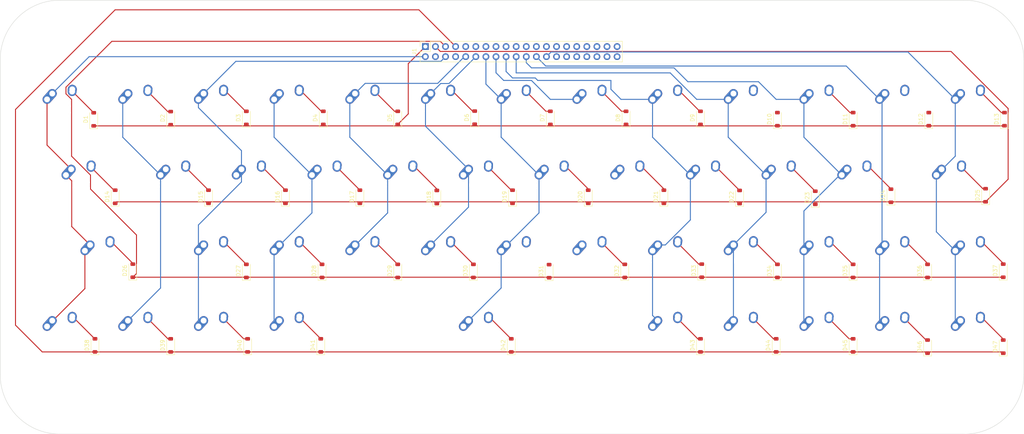
<source format=kicad_pcb>
(kicad_pcb (version 20221018) (generator pcbnew)
  (layers (0 "F.Cu" signal) (31 "B.Cu" signal) (34 "B.Paste" user) (35 "F.Paste" user) (36 "B.SilkS" user "B.Silkscreen") (37 "F.SilkS" user "F.Silkscreen") (38 "B.Mask" user) (39 "F.Mask" user) (44 "Edge.Cuts" user))
  (net 0 "")
  (net 1 "ROW1")
  (net 2 "Net-(D1-A)")
  (net 3 "Net-(D2-A)")
  (net 4 "Net-(D3-A)")
  (net 5 "Net-(D4-A)")
  (net 6 "Net-(D5-A)")
  (net 7 "Net-(D6-A)")
  (net 8 "Net-(D7-A)")
  (net 9 "Net-(D8-A)")
  (net 10 "Net-(D9-A)")
  (net 11 "Net-(D10-A)")
  (net 12 "Net-(D11-A)")
  (net 13 "Net-(D12-A)")
  (net 14 "Net-(D13-A)")
  (net 15 "ROW2")
  (net 16 "Net-(D14-A)")
  (net 17 "Net-(D15-A)")
  (net 18 "Net-(D16-A)")
  (net 19 "Net-(D17-A)")
  (net 20 "Net-(D18-A)")
  (net 21 "Net-(D19-A)")
  (net 22 "Net-(D20-A)")
  (net 23 "Net-(D21-A)")
  (net 24 "Net-(D22-A)")
  (net 25 "Net-(D23-A)")
  (net 26 "Net-(D24-A)")
  (net 27 "Net-(D25-A)")
  (net 28 "ROW3")
  (net 29 "Net-(D26-A)")
  (net 30 "Net-(D27-A)")
  (net 31 "Net-(D28-A)")
  (net 32 "Net-(D29-A)")
  (net 33 "Net-(D30-A)")
  (net 34 "Net-(D31-A)")
  (net 35 "Net-(D32-A)")
  (net 36 "Net-(D33-A)")
  (net 37 "Net-(D34-A)")
  (net 38 "Net-(D35-A)")
  (net 39 "Net-(D36-A)")
  (net 40 "Net-(D37-A)")
  (net 41 "ROW4")
  (net 42 "Net-(D38-A)")
  (net 43 "Net-(D39-A)")
  (net 44 "Net-(D40-A)")
  (net 45 "Net-(D41-A)")
  (net 46 "Net-(D42-A)")
  (net 47 "Net-(D43-A)")
  (net 48 "Net-(D44-A)")
  (net 49 "Net-(D45-A)")
  (net 50 "Net-(D46-A)")
  (net 51 "Net-(D47-A)")
  (net 52 "COL1")
  (net 53 "COL2")
  (net 54 "COL3")
  (net 55 "COL4")
  (net 57 "COL5")
  (net 59 "COL6")
  (net 61 "COL7")
  (net 63 "COL8")
  (net 65 "COL9")
  (net 67 "COL10")
  (net 69 "COL11")
  (net 71 "COL12")
  (net 73 "COL13")
  (footprint "Diode_SMD:D_SOD-123" (layer "F.Cu") (at 253.3225 54.4375 90)
    (fp_text reference "D12")
    (fp_text value "D_Small")
  )
  (footprint "Diode_SMD:D_SOD-123" (layer "F.Cu") (at 48.535 73.97 90)
    (fp_text reference "D14")
    (fp_text value "D_Small")
  )
  (footprint "Diode_SMD:D_SOD-123" (layer "F.Cu") (at 157.755 92.7025 90)
    (fp_text reference "D31")
    (fp_text value "D_Small")
  )
  (footprint "MX_Alps_Hybrid:MX-1U-NoLED" (layer "F.Cu") (at 39.9625 71.05)
    (fp_text reference "MX14")
    (fp_text value "Tab")
  )
  (footprint "MX_Alps_Hybrid:MX-1U-NoLED" (layer "F.Cu") (at 111.4 52)
    (fp_text reference "MX5")
    (fp_text value "R $ 4")
  )
  (footprint "Diode_SMD:D_SOD-123" (layer "F.Cu") (at 62.505 54.1825 90)
    (fp_text reference "D2")
    (fp_text value "D_Small")
  )
  (footprint "Diode_SMD:D_SOD-123" (layer "F.Cu") (at 119.655 54.12 90)
    (fp_text reference "D5")
    (fp_text value "D_Small")
  )
  (footprint "MX_Alps_Hybrid:MX-1U-NoLED" (layer "F.Cu") (at 92.35 52)
    (fp_text reference "MX4")
    (fp_text value "E # 3")
  )
  (footprint "MX_Alps_Hybrid:MX-1U-NoLED" (layer "F.Cu") (at 168.55 90.1)
    (fp_text reference "MX32")
    (fp_text value "N SysRq")
  )
  (footprint "MX_Alps_Hybrid:MX-1U-NoLED" (layer "F.Cu") (at 54.25 109.15)
    (fp_text reference "MX39")
    (fp_text value "Fn")
  )
  (footprint "MX_Alps_Hybrid:MX-1U-NoLED" (layer "F.Cu") (at 206.65 90.1)
    (fp_text reference "MX34")
    (fp_text value "< , F11")
  )
  (footprint "Diode_SMD:D_SOD-123" (layer "F.Cu") (at 81.555 54.12 90)
    (fp_text reference "D3")
    (fp_text value "D_Small")
  )
  (footprint "MX_Alps_Hybrid:MX-1U-NoLED" (layer "F.Cu") (at 149.5 52)
    (fp_text reference "MX7")
    (fp_text value "Y ^ 6")
  )
  (footprint "Diode_SMD:D_SOD-123" (layer "F.Cu") (at 272.055 111.69 90)
    (fp_text reference "D47")
    (fp_text value "D_Small")
  )
  (footprint "MX_Alps_Hybrid:MX-1U-NoLED" (layer "F.Cu") (at 35.2 52)
    (fp_text reference "MX1")
    (fp_text value "Esc ~ `")
  )
  (footprint "Diode_SMD:D_SOD-123" (layer "F.Cu") (at 267.61 73.59 90)
    (fp_text reference "D25")
    (fp_text value "D_Small")
  )
  (footprint "MX_Alps_Hybrid:MX-1U-NoLED" (layer "F.Cu") (at 130.45 52)
    (fp_text reference "MX6")
    (fp_text value "T % 5")
  )
  (footprint "MX_Alps_Hybrid:MX-1U-NoLED" (layer "F.Cu") (at 139.975 71.05)
    (fp_text reference "MX19")
    (fp_text value "G F5")
  )
  (footprint "MX_Alps_Hybrid:MX-1U-NoLED" (layer "F.Cu") (at 73.3 90.1)
    (fp_text reference "MX27")
    (fp_text value "Z Ins")
  )
  (footprint "MX_Alps_Hybrid:MX-1U-NoLED" (layer "F.Cu") (at 35.2 109.15)
    (fp_text reference "MX38")
    (fp_text value "Ctrl")
  )
  (footprint "MX_Alps_Hybrid:MX-1U-NoLED" (layer "F.Cu") (at 263.8 90.1)
    (fp_text reference "MX37")
    (fp_text value "? /")
  )
  (footprint "Diode_SMD:D_SOD-123" (layer "F.Cu") (at 43.455 111.3725 90)
    (fp_text reference "D38")
    (fp_text value "D_Small")
  )
  (footprint "Diode_SMD:D_SOD-123" (layer "F.Cu") (at 234.2725 92.64 90)
    (fp_text reference "D35")
    (fp_text value "D_Small")
  )
  (footprint "Diode_SMD:D_SOD-123" (layer "F.Cu") (at 243.7975 73.715 90)
    (fp_text reference "D24")
    (fp_text value "D_Small")
  )
  (footprint "Diode_SMD:D_SOD-123" (layer "F.Cu") (at 81.8725 111.3725 90)
    (fp_text reference "D40")
    (fp_text value "D_Small")
  )
  (footprint "Diode_SMD:D_SOD-123" (layer "F.Cu") (at 176.805 92.64 90)
    (fp_text reference "D32")
    (fp_text value "D_Small")
  )
  (footprint "Diode_SMD:D_SOD-123" (layer "F.Cu") (at 215.2225 54.4375 90)
    (fp_text reference "D10")
    (fp_text value "D_Small")
  )
  (footprint "Diode_SMD:D_SOD-123" (layer "F.Cu") (at 139.0225 54.0575 90)
    (fp_text reference "D6")
    (fp_text value "D_Small")
  )
  (footprint "Diode_SMD:D_SOD-123" (layer "F.Cu") (at 129.4975 74.0325 90)
    (fp_text reference "D18")
    (fp_text value "D_Small")
  )
  (footprint "Diode_SMD:D_SOD-123" (layer "F.Cu") (at 110.13 73.97 90)
    (fp_text reference "D17")
    (fp_text value "D_Small")
  )
  (footprint "MX_Alps_Hybrid:MX-1U-NoLED" (layer "F.Cu") (at 187.6 52)
    (fp_text reference "MX9")
    (fp_text value "I * 8")
  )
  (footprint "MX_Alps_Hybrid:MX-1U-NoLED" (layer "F.Cu") (at 216.175 71.05)
    (fp_text reference "MX23")
    (fp_text value "L F9")
  )
  (footprint "MX_Alps_Hybrid:MX-1U-NoLED" (layer "F.Cu") (at 130.45 90.1)
    (fp_text reference "MX30")
    (fp_text value "V Pause")
  )
  (footprint "Diode_SMD:D_SOD-123" (layer "F.Cu") (at 119.655 92.64 90)
    (fp_text reference "D29")
    (fp_text value "D_Small")
  )
  (footprint "MX_Alps_Hybrid:MX-1U-NoLED" (layer "F.Cu") (at 149.5 90.1)
    (fp_text reference "MX31")
    (fp_text value "B PrtSc")
  )
  (footprint "MX_Alps_Hybrid:MX-1U-NoLED" (layer "F.Cu") (at 244.75 90.1)
    (fp_text reference "MX36")
    (fp_text value "UpArr PgUp")
  )
  (footprint "Diode_SMD:D_SOD-123" (layer "F.Cu") (at 214.905 111.3725 90)
    (fp_text reference "D44")
    (fp_text value "D_Small")
  )
  (footprint "Diode_SMD:D_SOD-123" (layer "F.Cu") (at 195.855 54.12 90)
    (fp_text reference "D9")
    (fp_text value "D_Small")
  )
  (footprint "MX_Alps_Hybrid:MX-1U-NoLED" (layer "F.Cu") (at 259.0375 71.05)
    (fp_text reference "MX25")
    (fp_text value "Enter")
  )
  (footprint "MX_Alps_Hybrid:MX-1U-NoLED" (layer "F.Cu") (at 139.975 109.15)
    (fp_text reference "MX42")
    (fp_text value "Space")
  )
  (footprint "Connector_PinSocket_2.54mm:PinSocket_2x20_P2.54mm_Vertical" (layer "F.Cu") (at 126.61 36.17 90)
    (fp_text reference "J1")
    (fp_text value "Conn_02x20_Odd_Even" hide)
  )
  (footprint "Diode_SMD:D_SOD-123" (layer "F.Cu") (at 253.005 111.69 90)
    (fp_text reference "D46")
    (fp_text value "D_Small")
  )
  (footprint "MX_Alps_Hybrid:MX-1U-NoLED" (layer "F.Cu") (at 82.825 71.05)
    (fp_text reference "MX16")
    (fp_text value "S F2")
  )
  (footprint "MX_Alps_Hybrid:MX-1U-NoLED" (layer "F.Cu") (at 101.875 71.05)
    (fp_text reference "MX17")
    (fp_text value "D F3")
  )
  (footprint "MX_Alps_Hybrid:MX-1U-NoLED" (layer "F.Cu") (at 63.775 71.05)
    (fp_text reference "MX15")
    (fp_text value "A F1")
  )
  (footprint "MX_Alps_Hybrid:MX-1U-NoLED" (layer "F.Cu") (at 92.35 90.1)
    (fp_text reference "MX28")
    (fp_text value "X Del")
  )
  (footprint "Diode_SMD:D_SOD-123" (layer "F.Cu") (at 100.605 92.64 90)
    (fp_text reference "D28")
    (fp_text value "D_Small")
  )
  (footprint "MX_Alps_Hybrid:MX-1U-NoLED" (layer "F.Cu") (at 73.3 52)
    (fp_text reference "MX3")
    (fp_text value "W @ 2")
  )
  (footprint "Diode_SMD:D_SOD-123" (layer "F.Cu") (at 148.23 111.3725 90)
    (fp_text reference "D42")
    (fp_text value "D_Small")
  )
  (footprint "Diode_SMD:D_SOD-123" (layer "F.Cu") (at 186.6475 73.97 90)
    (fp_text reference "D21")
    (fp_text value "D_Small")
  )
  (footprint "Diode_SMD:D_SOD-123" (layer "F.Cu") (at 43.1375 54.4775 90)
    (fp_text reference "D1")
    (fp_text value "D_Small")
  )
  (footprint "Diode_SMD:D_SOD-123" (layer "F.Cu") (at 100.2875 111.3725 90)
    (fp_text reference "D41")
    (fp_text value "D_Small")
  )
  (footprint "Diode_SMD:D_SOD-123" (layer "F.Cu") (at 234.2725 54.4375 90)
    (fp_text reference "D11")
    (fp_text value "D_Small")
  )
  (footprint "Diode_SMD:D_SOD-123" (layer "F.Cu") (at 167.5975 73.97 90)
    (fp_text reference "D20")
    (fp_text value "D_Small")
  )
  (footprint "MX_Alps_Hybrid:MX-1U-NoLED" (layer "F.Cu") (at 187.6 90.1)
    (fp_text reference "MX33")
    (fp_text value "M F10")
  )
  (footprint "Diode_SMD:D_SOD-123" (layer "F.Cu") (at 62.505 111.3725 90)
    (fp_text reference "D39")
    (fp_text value "D_Small")
  )
  (footprint "Diode_SMD:D_SOD-123" (layer "F.Cu") (at 234.2725 111.3725 90)
    (fp_text reference "D45")
    (fp_text value "D_Small")
  )
  (footprint "MX_Alps_Hybrid:MX-1U-NoLED" (layer "F.Cu") (at 120.925 71.05)
    (fp_text reference "MX18")
    (fp_text value "F F4")
  )
  (footprint "MX_Alps_Hybrid:MX-1U-NoLED" (layer "F.Cu") (at 206.65 109.15)
    (fp_text reference "MX44")
    (fp_text value "| \\")
  )
  (footprint "MX_Alps_Hybrid:MX-1U-NoLED" (layer "F.Cu") (at 225.7 52)
    (fp_text reference "MX11")
    (fp_text value "P ) 0")
  )
  (footprint "Diode_SMD:D_SOD-123" (layer "F.Cu") (at 215.2225 92.64 90)
    (fp_text reference "D34")
    (fp_text value "D_Small")
  )
  (footprint "Diode_SMD:D_SOD-123" (layer "F.Cu") (at 224.7475 74.225 90)
    (fp_text reference "D23")
    (fp_text value "D_Small")
  )
  (footprint "Diode_SMD:D_SOD-123" (layer "F.Cu") (at 148.5475 73.97 90)
    (fp_text reference "D19")
    (fp_text value "D_Small")
  )
  (footprint "MX_Alps_Hybrid:MX-1U-NoLED" (layer "F.Cu") (at 92.35 109.15)
    (fp_text reference "MX41")
    (fp_text value "MX-NoLED")
  )
  (footprint "MX_Alps_Hybrid:MX-1U-NoLED" (layer "F.Cu") (at 244.75 52)
    (fp_text reference "MX12")
    (fp_text value "{ [ _ -")
  )
  (footprint "MX_Alps_Hybrid:MX-1U-NoLED" (layer "F.Cu") (at 197.125 71.05)
    (fp_text reference "MX22")
    (fp_text value "K F8")
  )
  (footprint "Diode_SMD:D_SOD-123" (layer "F.Cu") (at 272.055 92.5775 90)
    (fp_text reference "D37")
    (fp_text value "D_Small")
  )
  (footprint "Diode_SMD:D_SOD-123" (layer "F.Cu") (at 205.6975 74.0325 90)
    (fp_text reference "D22")
    (fp_text value "D_Small")
  )
  (footprint "MX_Alps_Hybrid:MX-1U-NoLED" (layer "F.Cu") (at 263.8 109.15)
    (fp_text reference "MX47")
    (fp_text value "RArr End")
  )
  (footprint "MX_Alps_Hybrid:MX-1U-NoLED" (layer "F.Cu") (at 225.7 90.1)
    (fp_text reference "MX35")
    (fp_text value "> , F12")
  )
  (footprint "MX_Alps_Hybrid:MX-1U-NoLED" (layer "F.Cu") (at 187.6 109.15)
    (fp_text reference "MX43")
    (fp_text value "AltGr")
  )
  (footprint "MX_Alps_Hybrid:MX-1U-NoLED" (layer "F.Cu") (at 235.225 71.05)
    (fp_text reference "MX24")
    (fp_text value ": ; \" '")
  )
  (footprint "Diode_SMD:D_SOD-123" (layer "F.Cu") (at 100.9225 54.12 90)
    (fp_text reference "D4")
    (fp_text value "D_Small")
  )
  (footprint "MX_Alps_Hybrid:MX-1U-NoLED" (layer "F.Cu") (at 225.7 109.15)
    (fp_text reference "MX45")
    (fp_text value "LArr Home")
  )
  (footprint "MX_Alps_Hybrid:MX-1U-NoLED" (layer "F.Cu") (at 44.725 90.1)
    (fp_text reference "MX26")
    (fp_text value "Shift")
  )
  (footprint "Diode_SMD:D_SOD-123" (layer "F.Cu") (at 253.005 92.64 90)
    (fp_text reference "D36")
    (fp_text value "D_Small")
  )
  (footprint "Diode_SMD:D_SOD-123" (layer "F.Cu") (at 72.03 73.97 90)
    (fp_text reference "D15")
    (fp_text value "D_Small")
  )
  (footprint "MX_Alps_Hybrid:MX-1U-NoLED" (layer "F.Cu") (at 206.65 52)
    (fp_text reference "MX10")
    (fp_text value "O ( 9")
  )
  (footprint "Diode_SMD:D_SOD-123" (layer "F.Cu") (at 195.855 111.3725 90)
    (fp_text reference "D43")
    (fp_text value "D_Small")
  )
  (footprint "MX_Alps_Hybrid:MX-1U-NoLED" (layer "F.Cu") (at 73.3 109.15)
    (fp_text reference "MX40")
    (fp_text value "Meta")
  )
  (footprint "Diode_SMD:D_SOD-123" (layer "F.Cu") (at 52.98 92.5775 90)
    (fp_text reference "D26")
    (fp_text value "D_Small")
  )
  (footprint "MX_Alps_Hybrid:MX-1U-NoLED" (layer "F.Cu") (at 168.55 52)
    (fp_text reference "MX8")
    (fp_text value "U & 7")
  )
  (footprint "Diode_SMD:D_SOD-123" (layer "F.Cu") (at 91.3975 73.97 90)
    (fp_text reference "D16")
    (fp_text value "D_Small")
  )
  (footprint "Diode_SMD:D_SOD-123" (layer "F.Cu") (at 158.0725 54.12 90)
    (fp_text reference "D7")
    (fp_text value "D_Small")
  )
  (footprint "MX_Alps_Hybrid:MX-1U-NoLED" (layer "F.Cu") (at 244.75 109.15)
    (fp_text reference "MX46")
    (fp_text value "DnArr PgDn")
  )
  (footprint "Diode_SMD:D_SOD-123" (layer "F.Cu") (at 138.705 92.64 90)
    (fp_text reference "D30")
    (fp_text value "D_Small")
  )
  (footprint "MX_Alps_Hybrid:MX-1U-NoLED" (layer "F.Cu") (at 159.025 71.05)
    (fp_text reference "MX20")
    (fp_text value "H F6")
  )
  (footprint "MX_Alps_Hybrid:MX-1U-NoLED" (layer "F.Cu") (at 178.075 71.05)
    (fp_text reference "MX21")
    (fp_text value "J F7")
  )
  (footprint "MX_Alps_Hybrid:MX-1U-NoLED" (layer "F.Cu") (at 263.8 52)
    (fp_text reference "MX13")
    (fp_text value "} ] + =")
  )
  (footprint "Diode_SMD:D_SOD-123" (layer "F.Cu") (at 177.1225 54.12 90)
    (fp_text reference "D8")
    (fp_text value "D_Small")
  )
  (footprint "MX_Alps_Hybrid:MX-1U-NoLED" (layer "F.Cu") (at 54.25 52)
    (fp_text reference "MX2")
    (fp_text value "Q ! 1")
  )
  (footprint "Diode_SMD:D_SOD-123" (layer "F.Cu") (at 196.1725 92.5775 90)
    (fp_text reference "D33")
    (fp_text value "D_Small")
  )
  (footprint "MX_Alps_Hybrid:MX-1U-NoLED" (layer "F.Cu") (at 111.4 90.1)
    (fp_text reference "MX29")
    (fp_text value "C Break")
  )
  (footprint "Diode_SMD:D_SOD-123" (layer "F.Cu") (at 272.3725 54.4375 90)
    (fp_text reference "D13")
    (fp_text value "D_Small")
  )
  (footprint "Diode_SMD:D_SOD-123" (layer "F.Cu") (at 81.555 92.64 90)
    (fp_text reference "D27")
    (fp_text value "D_Small")
  )
  (gr_arc (start 19.6 39.5) (mid 23.993398 28.893399) (end 34.6 24.5) (stroke (width 0.1)) (layer "Edge.Cuts"))
  (gr_line (start 262.252 133.702) (end 34.6 133.702) (stroke (width 0.1)) (layer "Edge.Cuts"))
  (gr_arc (start 34.6 133.702) (mid 23.993398 129.308602) (end 19.6 118.702) (stroke (width 0.1)) (layer "Edge.Cuts"))
  (gr_arc (start 262.252 24.5) (mid 272.858602 28.893398) (end 277.252 39.5) (stroke (width 0.1)) (layer "Edge.Cuts"))
  (gr_line (start 262.252 24.5) (end 34.6 24.5) (stroke (width 0.1)) (layer "Edge.Cuts"))
  (gr_line (start 19.6 39.5) (end 19.6 118.702) (stroke (width 0.1)) (layer "Edge.Cuts"))
  (gr_arc (start 277.252 118.72) (mid 272.858602 129.326602) (end 262.252 133.72) (stroke (width 0.1)) (layer "Edge.Cuts"))
  (gr_line (start 277.252 39.5) (end 277.252 118.72) (stroke (width 0.1)) (layer "Edge.Cuts"))
  (segment (start 43.1375 56.1275) (end 272.3325 56.1275) (width 0.25) (layer "F.Cu") (net 1))
  (segment (start 119.655 55.77) (end 122.313309 53.111691) (width 0.25) (layer "F.Cu") (net 1))
  (segment (start 122.313309 40.466691) (end 126.61 36.17) (width 0.25) (layer "F.Cu") (net 1))
  (segment (start 272.3325 56.1275) (end 272.3725 56.0875) (width 0.25) (layer "F.Cu") (net 1))
  (segment (start 122.313309 53.111691) (end 122.313309 40.466691) (width 0.25) (layer "F.Cu") (net 1))
  (segment (start 37.7 47.5) (end 37.81 47.5) (width 0.25) (layer "F.Cu") (net 2))
  (segment (start 37.7 46.96) (end 37.74 46.92) (width 0.25) (layer "F.Cu") (net 2))
  (segment (start 37.81 47.5) (end 43.1375 52.8275) (width 0.25) (layer "F.Cu") (net 2))
  (segment (start 37.7 47.5) (end 37.7 46.96) (width 0.25) (layer "F.Cu") (net 2))
  (segment (start 56.75 47.5) (end 61.7825 52.5325) (width 0.25) (layer "F.Cu") (net 3))
  (segment (start 61.7825 52.5325) (end 62.505 52.5325) (width 0.25) (layer "F.Cu") (net 3))
  (segment (start 81.39 52.47) (end 81.555 52.47) (width 0.25) (layer "F.Cu") (net 4))
  (segment (start 75.84 46.92) (end 81.39 52.47) (width 0.25) (layer "F.Cu") (net 4))
  (segment (start 100.44 52.47) (end 100.9225 52.47) (width 0.25) (layer "F.Cu") (net 5))
  (segment (start 94.89 46.92) (end 100.44 52.47) (width 0.25) (layer "F.Cu") (net 5))
  (segment (start 118.87 52.47) (end 119.655 52.47) (width 0.25) (layer "F.Cu") (net 6))
  (segment (start 113.9 47.5) (end 118.87 52.47) (width 0.25) (layer "F.Cu") (net 6))
  (segment (start 138.4775 52.4075) (end 139.0225 52.4075) (width 0.25) (layer "F.Cu") (net 7))
  (segment (start 132.99 46.92) (end 138.4775 52.4075) (width 0.25) (layer "F.Cu") (net 7))
  (segment (start 156.97 52.47) (end 158.0725 52.47) (width 0.25) (layer "F.Cu") (net 8))
  (segment (start 152 47.5) (end 156.97 52.47) (width 0.25) (layer "F.Cu") (net 8))
  (segment (start 171.05 47.5) (end 176.02 52.47) (width 0.25) (layer "F.Cu") (net 9))
  (segment (start 176.02 52.47) (end 177.1225 52.47) (width 0.25) (layer "F.Cu") (net 9))
  (segment (start 195.69 52.47) (end 195.855 52.47) (width 0.25) (layer "F.Cu") (net 10))
  (segment (start 190.14 46.92) (end 195.69 52.47) (width 0.25) (layer "F.Cu") (net 10))
  (segment (start 233.4875 52.7875) (end 234.2725 52.7875) (width 0.25) (layer "F.Cu") (net 12))
  (segment (start 228.2 47.5) (end 233.4875 52.7875) (width 0.25) (layer "F.Cu") (net 12))
  (segment (start 266.3 47.5) (end 271.5875 52.7875) (width 0.25) (layer "F.Cu") (net 14))
  (segment (start 271.5875 52.7875) (end 272.3725 52.7875) (width 0.25) (layer "F.Cu") (net 14))
  (segment (start 267.61 75.24) (end 273.2975 69.5525) (width 0.25) (layer "F.Cu") (net 15))
  (segment (start 258.919191 37.395) (end 130.375 37.395) (width 0.25) (layer "F.Cu") (net 15))
  (segment (start 267.61 75.24) (end 48.915 75.24) (width 0.25) (layer "F.Cu") (net 15))
  (segment (start 130.375 37.395) (end 129.15 36.17) (width 0.25) (layer "F.Cu") (net 15))
  (segment (start 48.915 75.24) (end 48.535 75.62) (width 0.25) (layer "F.Cu") (net 15))
  (segment (start 273.2975 51.773309) (end 258.919191 37.395) (width 0.25) (layer "F.Cu") (net 15))
  (segment (start 273.2975 69.5525) (end 273.2975 51.773309) (width 0.25) (layer "F.Cu") (net 15))
  (segment (start 42.4625 66.55) (end 48.2325 72.32) (width 0.25) (layer "F.Cu") (net 16))
  (segment (start 48.2325 72.32) (end 48.535 72.32) (width 0.25) (layer "F.Cu") (net 16))
  (segment (start 66.275 66.565) (end 72.03 72.32) (width 0.25) (layer "F.Cu") (net 17))
  (segment (start 66.275 66.55) (end 66.275 66.565) (width 0.25) (layer "F.Cu") (net 17))
  (segment (start 85.325 66.55) (end 85.6275 66.55) (width 0.25) (layer "F.Cu") (net 18))
  (segment (start 85.6275 66.55) (end 91.3975 72.32) (width 0.25) (layer "F.Cu") (net 18))
  (segment (start 104.375 66.55) (end 110.13 72.305) (width 0.25) (layer "F.Cu") (net 19))
  (segment (start 110.13 72.305) (end 110.13 72.32) (width 0.25) (layer "F.Cu") (net 19))
  (segment (start 123.465 65.97) (end 129.4975 72.0025) (width 0.25) (layer "F.Cu") (net 20))
  (segment (start 129.4975 72.0025) (end 129.4975 72.3825) (width 0.25) (layer "F.Cu") (net 20))
  (segment (start 142.475 66.55) (end 148.245 72.32) (width 0.25) (layer "F.Cu") (net 21))
  (segment (start 148.245 72.32) (end 148.5475 72.32) (width 0.25) (layer "F.Cu") (net 21))
  (segment (start 167.5975 72.0025) (end 167.5975 72.32) (width 0.25) (layer "F.Cu") (net 22))
  (segment (start 161.565 65.97) (end 167.5975 72.0025) (width 0.25) (layer "F.Cu") (net 22))
  (segment (start 186.6475 72.0025) (end 186.6475 72.32) (width 0.25) (layer "F.Cu") (net 23))
  (segment (start 180.615 65.97) (end 186.6475 72.0025) (width 0.25) (layer "F.Cu") (net 23))
  (segment (start 199.625 66.55) (end 199.865 66.55) (width 0.25) (layer "F.Cu") (net 24))
  (segment (start 199.865 66.55) (end 205.6975 72.3825) (width 0.25) (layer "F.Cu") (net 24))
  (segment (start 218.675 66.55) (end 218.7225 66.55) (width 0.25) (layer "F.Cu") (net 25))
  (segment (start 218.7225 66.55) (end 224.7475 72.575) (width 0.25) (layer "F.Cu") (net 25))
  (segment (start 237.765 65.97) (end 243.7975 72.0025) (width 0.25) (layer "F.Cu") (net 26))
  (segment (start 243.7975 72.0025) (end 243.7975 72.065) (width 0.25) (layer "F.Cu") (net 26))
  (segment (start 261.5375 66.55) (end 266.9275 71.94) (width 0.25) (layer "F.Cu") (net 27))
  (segment (start 266.9275 71.94) (end 267.61 71.94) (width 0.25) (layer "F.Cu") (net 27))
  (segment (start 53.905 83.604831) (end 42.3314 72.031231) (width 0.25) (layer "F.Cu") (net 28))
  (segment (start 42.3314 72.031231) (end 42.3314 68.523091) (width 0.25) (layer "F.Cu") (net 28))
  (segment (start 37.5689 63.760591) (end 37.5689 49.473091) (width 0.25) (layer "F.Cu") (net 28))
  (segment (start 36.1525 46.403309) (end 47.700809 34.855) (width 0.25) (layer "F.Cu") (net 28))
  (segment (start 42.3314 68.523091) (end 37.5689 63.760591) (width 0.25) (layer "F.Cu") (net 28))
  (segment (start 36.1525 48.056691) (end 36.1525 46.403309) (width 0.25) (layer "F.Cu") (net 28))
  (segment (start 52.98 94.2275) (end 53.905 93.3025) (width 0.25) (layer "F.Cu") (net 28))
  (segment (start 37.5689 49.473091) (end 36.1525 48.056691) (width 0.25) (layer "F.Cu") (net 28))
  (segment (start 53.905 93.3025) (end 53.905 83.604831) (width 0.25) (layer "F.Cu") (net 28))
  (segment (start 47.700809 34.855) (end 130.375 34.855) (width 0.25) (layer "F.Cu") (net 28))
  (segment (start 52.98 94.2275) (end 272.055 94.2275) (width 0.25) (layer "F.Cu") (net 28))
  (segment (start 130.375 34.855) (end 131.69 36.17) (width 0.25) (layer "F.Cu") (net 28))
  (segment (start 47.265 85.02) (end 52.98 90.735) (width 0.25) (layer "F.Cu") (net 29))
  (segment (start 52.98 90.735) (end 52.98 90.9275) (width 0.25) (layer "F.Cu") (net 29))
  (segment (start 75.8 85.6) (end 76.165 85.6) (width 0.25) (layer "F.Cu") (net 30))
  (segment (start 76.165 85.6) (end 81.555 90.99) (width 0.25) (layer "F.Cu") (net 30))
  (segment (start 95.215 85.6) (end 100.605 90.99) (width 0.25) (layer "F.Cu") (net 31))
  (segment (start 94.85 85.6) (end 95.215 85.6) (width 0.25) (layer "F.Cu") (net 31))
  (segment (start 114.265 85.6) (end 119.655 90.99) (width 0.25) (layer "F.Cu") (net 32))
  (segment (start 113.9 85.6) (end 114.265 85.6) (width 0.25) (layer "F.Cu") (net 32))
  (segment (start 132.95 85.6) (end 133.315 85.6) (width 0.25) (layer "F.Cu") (net 33))
  (segment (start 133.315 85.6) (end 138.705 90.99) (width 0.25) (layer "F.Cu") (net 33))
  (segment (start 171.05 85.6) (end 176.44 90.99) (width 0.25) (layer "F.Cu") (net 35))
  (segment (start 176.44 90.99) (end 176.805 90.99) (width 0.25) (layer "F.Cu") (net 35))
  (segment (start 190.1 85.6) (end 195.4275 90.9275) (width 0.25) (layer "F.Cu") (net 36))
  (segment (start 195.4275 90.9275) (end 196.1725 90.9275) (width 0.25) (layer "F.Cu") (net 36))
  (segment (start 209.19 85.02) (end 215.16 90.99) (width 0.25) (layer "F.Cu") (net 37))
  (segment (start 215.16 90.99) (end 215.2225 90.99) (width 0.25) (layer "F.Cu") (net 37))
  (segment (start 234.21 90.99) (end 234.2725 90.99) (width 0.25) (layer "F.Cu") (net 38))
  (segment (start 228.24 85.02) (end 234.21 90.99) (width 0.25) (layer "F.Cu") (net 38))
  (segment (start 253.005 90.735) (end 253.005 90.99) (width 0.25) (layer "F.Cu") (net 39))
  (segment (start 247.29 85.02) (end 253.005 90.735) (width 0.25) (layer "F.Cu") (net 39))
  (segment (start 266.34 85.02) (end 272.055 90.735) (width 0.25) (layer "F.Cu") (net 40))
  (segment (start 272.055 90.735) (end 272.055 90.9275) (width 0.25) (layer "F.Cu") (net 40))
  (segment (start 43.455 113.0225) (end 30.1825 113.0225) (width 0.25) (layer "F.Cu") (net 41))
  (segment (start 48.535 26.9175) (end 124.9775 26.9175) (width 0.25) (layer "F.Cu") (net 41))
  (segment (start 30.1825 113.0225) (end 23.4525 106.2925) (width 0.25) (layer "F.Cu") (net 41))
  (segment (start 23.4525 106.2925) (end 23.4525 52) (width 0.25) (layer "F.Cu") (net 41))
  (segment (start 23.4525 52) (end 48.535 26.9175) (width 0.25) (layer "F.Cu") (net 41))
  (segment (start 271.7375 113.0225) (end 272.055 113.34) (width 0.25) (layer "F.Cu") (net 41))
  (segment (start 124.9775 26.9175) (end 134.23 36.17) (width 0.25) (layer "F.Cu") (net 41))
  (segment (start 43.455 113.0225) (end 271.7375 113.0225) (width 0.25) (layer "F.Cu") (net 41))
  (segment (start 43.3925 109.7225) (end 43.455 109.7225) (width 0.25) (layer "F.Cu") (net 42))
  (segment (start 37.74 104.07) (end 43.3925 109.7225) (width 0.25) (layer "F.Cu") (net 42))
  (segment (start 61.8225 109.7225) (end 62.505 109.7225) (width 0.25) (layer "F.Cu") (net 43))
  (segment (start 56.75 104.65) (end 61.8225 109.7225) (width 0.25) (layer "F.Cu") (net 43))
  (segment (start 80.8725 109.7225) (end 81.8725 109.7225) (width 0.25) (layer "F.Cu") (net 44))
  (segment (start 75.8 104.65) (end 80.8725 109.7225) (width 0.25) (layer "F.Cu") (net 44))
  (segment (start 95.215 104.65) (end 100.2875 109.7225) (width 0.25) (layer "F.Cu") (net 45))
  (segment (start 94.85 104.65) (end 95.215 104.65) (width 0.25) (layer "F.Cu") (net 45))
  (segment (start 142.515 104.07) (end 148.1675 109.7225) (width 0.25) (layer "F.Cu") (net 46))
  (segment (start 148.1675 109.7225) (end 148.23 109.7225) (width 0.25) (layer "F.Cu") (net 46))
  (segment (start 190.1 104.65) (end 195.1725 109.7225) (width 0.25) (layer "F.Cu") (net 47))
  (segment (start 195.1725 109.7225) (end 195.855 109.7225) (width 0.25) (layer "F.Cu") (net 47))
  (segment (start 214.2225 109.7225) (end 214.905 109.7225) (width 0.25) (layer "F.Cu") (net 48))
  (segment (start 209.15 104.65) (end 214.2225 109.7225) (width 0.25) (layer "F.Cu") (net 48))
  (segment (start 233.2725 109.7225) (end 234.2725 109.7225) (width 0.25) (layer "F.Cu") (net 49))
  (segment (start 228.2 104.65) (end 233.2725 109.7225) (width 0.25) (layer "F.Cu") (net 49))
  (segment (start 247.25 104.65) (end 252.64 110.04) (width 0.25) (layer "F.Cu") (net 50))
  (segment (start 252.64 110.04) (end 253.005 110.04) (width 0.25) (layer "F.Cu") (net 50))
  (segment (start 266.34 104.07) (end 272.055 109.785) (width 0.25) (layer "F.Cu") (net 51))
  (segment (start 272.055 109.785) (end 272.055 110.04) (width 0.25) (layer "F.Cu") (net 51))
  (segment (start 37.4625 67.05) (end 31.39 60.9775) (width 0.25) (layer "F.Cu") (net 52))
  (segment (start 37.5936 81.4686) (end 37.5936 69.9511) (width 0.25) (layer "F.Cu") (net 52))
  (segment (start 42.225 86.1) (end 37.5936 81.4686) (width 0.25) (layer "F.Cu") (net 52))
  (segment (start 31.39 60.9775) (end 31.39 49.46) (width 0.25) (layer "F.Cu") (net 52))
  (segment (start 40.915 97.085) (end 40.915 87.56) (width 0.25) (layer "F.Cu") (net 52))
  (segment (start 31.39 106.61) (end 40.915 97.085) (width 0.25) (layer "F.Cu") (net 52))
  (segment (start 37.5936 69.9511) (end 36.1525 68.51) (width 0.25) (layer "F.Cu") (net 52))
  (segment (start 32.7 48) (end 41.99 38.71) (width 0.25) (layer "B.Cu") (net 52))
  (segment (start 41.99 38.71) (end 126.61 38.71) (width 0.25) (layer "B.Cu") (net 52))
  (segment (start 50.44 49.46) (end 50.44 58.985) (width 0.25) (layer "B.Cu") (net 53))
  (segment (start 59.965 96.935) (end 51.75 105.15) (width 0.25) (layer "B.Cu") (net 53))
  (segment (start 50.44 58.985) (end 59.965 68.51) (width 0.25) (layer "B.Cu") (net 53))
  (segment (start 59.965 68.51) (end 59.965 96.935) (width 0.25) (layer "B.Cu") (net 53))
  (segment (start 80.325 62.375131) (end 80.325 67.05) (width 0.25) (layer "B.Cu") (net 54))
  (segment (start 69.49 51.540131) (end 80.325 62.375131) (width 0.25) (layer "B.Cu") (net 54))
  (segment (start 80.325 70.237767) (end 69.49 81.072767) (width 0.25) (layer "B.Cu") (net 54))
  (segment (start 69.49 81.072767) (end 69.49 87.56) (width 0.25) (layer "B.Cu") (net 54))
  (segment (start 69.49 87.56) (end 69.49 106.61) (width 0.25) (layer "B.Cu") (net 54))
  (segment (start 80.325 67.05) (end 80.325 70.237767) (width 0.25) (layer "B.Cu") (net 54))
  (segment (start 70.8 48) (end 78.915 39.885) (width 0.25) (layer "B.Cu") (net 54))
  (segment (start 69.49 49.46) (end 69.49 51.540131) (width 0.25) (layer "B.Cu") (net 54))
  (segment (start 78.915 39.885) (end 130.515 39.885) (width 0.25) (layer "B.Cu") (net 54))
  (segment (start 130.515 39.885) (end 131.69 38.71) (width 0.25) (layer "B.Cu") (net 54))
  (segment (start 88.54 87.56) (end 88.54 106.61) (width 0.25) (layer "B.Cu") (net 55))
  (segment (start 98.065 68.51) (end 98.065 78.035) (width 0.25) (layer "B.Cu") (net 55))
  (segment (start 98.065 78.035) (end 88.54 87.56) (width 0.25) (layer "B.Cu") (net 55))
  (segment (start 88.54 58.985) (end 98.065 68.51) (width 0.25) (layer "B.Cu") (net 55))
  (segment (start 88.54 49.46) (end 88.54 58.985) (width 0.25) (layer "B.Cu") (net 55))
  (segment (start 136.4375 38.71) (end 136.77 38.71) (width 0.25) (layer "B.Cu") (net 57))
  (segment (start 117.115 78.035) (end 107.59 87.56) (width 0.25) (layer "B.Cu") (net 57))
  (segment (start 107.59 58.985) (end 117.115 68.51) (width 0.25) (layer "B.Cu") (net 57))
  (segment (start 107.59 49.46) (end 107.59 58.985) (width 0.25) (layer "B.Cu") (net 57))
  (segment (start 111.467887 45.432113) (end 129.715387 45.432113) (width 0.25) (layer "B.Cu") (net 57))
  (segment (start 129.715387 45.432113) (end 136.4375 38.71) (width 0.25) (layer "B.Cu") (net 57))
  (segment (start 108.9 48) (end 111.467887 45.432113) (width 0.25) (layer "B.Cu") (net 57))
  (segment (start 117.115 68.51) (end 117.115 78.035) (width 0.25) (layer "B.Cu") (net 57))
  (segment (start 137.475 76.575) (end 127.95 86.1) (width 0.25) (layer "B.Cu") (net 59))
  (segment (start 130.48 45.47) (end 132.55 45.47) (width 0.25) (layer "B.Cu") (net 59))
  (segment (start 137.475 67.05) (end 137.475 76.575) (width 0.25) (layer "B.Cu") (net 59))
  (segment (start 126.64 56.215) (end 137.475 67.05) (width 0.25) (layer "B.Cu") (net 59))
  (segment (start 132.55 45.47) (end 139.31 38.71) (width 0.25) (layer "B.Cu") (net 59))
  (segment (start 127.95 48) (end 130.48 45.47) (width 0.25) (layer "B.Cu") (net 59))
  (segment (start 126.64 49.46) (end 126.64 56.215) (width 0.25) (layer "B.Cu") (net 59))
  (segment (start 145.69 58.985) (end 155.215 68.51) (width 0.25) (layer "B.Cu") (net 61))
  (segment (start 145.69 49.46) (end 145.69 58.985) (width 0.25) (layer "B.Cu") (net 61))
  (segment (start 145.69 87.56) (end 145.69 96.935) (width 0.25) (layer "B.Cu") (net 61))
  (segment (start 145.69 96.935) (end 137.475 105.15) (width 0.25) (layer "B.Cu") (net 61))
  (segment (start 145.69 49.46) (end 141.85 45.62) (width 0.25) (layer "B.Cu") (net 61))
  (segment (start 141.85 45.62) (end 141.85 38.71) (width 0.25) (layer "B.Cu") (net 61))
  (segment (start 155.215 78.035) (end 145.69 87.56) (width 0.25) (layer "B.Cu") (net 61))
  (segment (start 155.215 68.51) (end 155.215 78.035) (width 0.25) (layer "B.Cu") (net 61))
  (segment (start 164.74 49.46) (end 158.0725 49.46) (width 0.25) (layer "B.Cu") (net 63))
  (segment (start 146.325 44.6975) (end 144.39 42.7625) (width 0.25) (layer "B.Cu") (net 63))
  (segment (start 153.31 44.6975) (end 146.325 44.6975) (width 0.25) (layer "B.Cu") (net 63))
  (segment (start 144.39 42.7625) (end 144.39 38.71) (width 0.25) (layer "B.Cu") (net 63))
  (segment (start 158.0725 49.46) (end 153.31 44.6975) (width 0.25) (layer "B.Cu") (net 63))
  (segment (start 154.8975 44.6975) (end 154.2625 44.0625) (width 0.25) (layer "B.Cu") (net 65))
  (segment (start 173.3125 46.92) (end 173.3125 44.6975) (width 0.25) (layer "B.Cu") (net 65))
  (segment (start 173.3125 44.6975) (end 154.8975 44.6975) (width 0.25) (layer "B.Cu") (net 65))
  (segment (start 183.79 49.46) (end 183.79 58.985) (width 0.25) (layer "B.Cu") (net 65))
  (segment (start 193.315 79.79439) (end 187.00939 86.1) (width 0.25) (layer "B.Cu") (net 65))
  (segment (start 187.00939 86.1) (end 185.1 86.1) (width 0.25) (layer "B.Cu") (net 65))
  (segment (start 183.79 49.46) (end 175.8525 49.46) (width 0.25) (layer "B.Cu") (net 65))
  (segment (start 154.2625 44.0625) (end 148.5475 44.0625) (width 0.25) (layer "B.Cu") (net 65))
  (segment (start 146.93 42.445) (end 146.93 38.71) (width 0.25) (layer "B.Cu") (net 65))
  (segment (start 193.315 68.51) (end 193.315 79.79439) (width 0.25) (layer "B.Cu") (net 65))
  (segment (start 183.79 58.985) (end 193.315 68.51) (width 0.25) (layer "B.Cu") (net 65))
  (segment (start 175.8525 49.46) (end 173.3125 46.92) (width 0.25) (layer "B.Cu") (net 65))
  (segment (start 183.79 103.84) (end 185.1 105.15) (width 0.25) (layer "B.Cu") (net 65))
  (segment (start 148.5475 44.0625) (end 146.93 42.445) (width 0.25) (layer "B.Cu") (net 65))
  (segment (start 183.79 87.56) (end 183.79 103.84) (width 0.25) (layer "B.Cu") (net 65))
  (segment (start 202.84 49.46) (end 194.9025 49.46) (width 0.25) (layer "B.Cu") (net 67))
  (segment (start 149.47 42.7625) (end 149.47 38.71) (width 0.25) (layer "B.Cu") (net 67))
  (segment (start 202.84 49.46) (end 202.84 58.985) (width 0.25) (layer "B.Cu") (net 67))
  (segment (start 202.84 58.985) (end 212.365 68.51) (width 0.25) (layer "B.Cu") (net 67))
  (segment (start 212.365 68.51) (end 212.365 77.885) (width 0.25) (layer "B.Cu") (net 67))
  (segment (start 204.15 86.1) (end 204.15 105.15) (width 0.25) (layer "B.Cu") (net 67))
  (segment (start 212.365 77.885) (end 204.15 86.1) (width 0.25) (layer "B.Cu") (net 67))
  (segment (start 149.5 42.7925) (end 149.47 42.7625) (width 0.25) (layer "B.Cu") (net 67))
  (segment (start 188.235 42.7925) (end 149.5 42.7925) (width 0.25) (layer "B.Cu") (net 67))
  (segment (start 194.9025 49.46) (end 188.235 42.7925) (width 0.25) (layer "B.Cu") (net 67))
  (segment (start 192.68 45.015) (end 189.1875 41.5225) (width 0.25) (layer "B.Cu") (net 69))
  (segment (start 231.415 68.51) (end 230.917233 68.51) (width 0.25) (layer "B.Cu") (net 69))
  (segment (start 214.905 49.46) (end 210.46 45.015) (width 0.25) (layer "B.Cu") (net 69))
  (segment (start 210.46 45.015) (end 192.68 45.015) (width 0.25) (layer "B.Cu") (net 69))
  (segment (start 221.87 106.59) (end 221.89 106.61) (width 0.25) (layer "B.Cu") (net 69))
  (segment (start 221.89 49.46) (end 214.905 49.46) (width 0.25) (layer "B.Cu") (net 69))
  (segment (start 153.31 41.5225) (end 152.01 40.2225) (width 0.25) (layer "B.Cu") (net 69))
  (segment (start 221.89 77.537233) (end 221.89 87.56) (width 0.25) (layer "B.Cu") (net 69))
  (segment (start 230.917233 68.51) (end 221.89 77.537233) (width 0.25) (layer "B.Cu") (net 69))
  (segment (start 189.1875 41.5225) (end 153.31 41.5225) (width 0.25) (layer "B.Cu") (net 69))
  (segment (start 221.89 58.985) (end 231.415 68.51) (width 0.25) (layer "B.Cu") (net 69))
  (segment (start 152.01 40.2225) (end 152.01 38.71) (width 0.25) (layer "B.Cu") (net 69))
  (segment (start 221.89 87.56) (end 221.87 87.58) (width 0.25) (layer "B.Cu") (net 69))
  (segment (start 221.89 49.46) (end 221.89 58.985) (width 0.25) (layer "B.Cu") (net 69))
  (segment (start 221.87 87.58) (end 221.87 106.59) (width 0.25) (layer "B.Cu") (net 69))
  (segment (start 240.94 49.46) (end 232.5525 41.0725) (width 0.25) (layer "B.Cu") (net 71))
  (segment (start 240.94 49.46) (end 241.555 50.075) (width 0.25) (layer "B.Cu") (net 71))
  (segment (start 232.5525 41.0725) (end 156.9125 41.0725) (width 0.25) (layer "B.Cu") (net 71))
  (segment (start 240.94 87.56) (end 240.94 106.61) (width 0.25) (layer "B.Cu") (net 71))
  (segment (start 241.555 50.075) (end 241.555 86.945) (width 0.25) (layer "B.Cu") (net 71))
  (segment (start 241.555 86.945) (end 240.94 87.56) (width 0.25) (layer "B.Cu") (net 71))
  (segment (start 156.9125 41.0725) (end 154.55 38.71) (width 0.25) (layer "B.Cu") (net 71))
  (segment (start 255.2275 68.51) (end 255.2275 82.7975) (width 0.25) (layer "B.Cu") (net 73))
  (segment (start 158.265 37.535) (end 157.09 38.71) (width 0.25) (layer "B.Cu") (net 73))
  (segment (start 259.99 63.7475) (end 255.2275 68.51) (width 0.25) (layer "B.Cu") (net 73))
  (segment (start 248.065 37.535) (end 158.265 37.535) (width 0.25) (layer "B.Cu") (net 73))
  (segment (start 259.99 49.46) (end 248.065 37.535) (width 0.25) (layer "B.Cu") (net 73))
  (segment (start 255.2275 82.7975) (end 259.99 87.56) (width 0.25) (layer "B.Cu") (net 73))
  (segment (start 259.99 49.46) (end 259.99 63.7475) (width 0.25) (layer "B.Cu") (net 73))
  (segment (start 259.99 87.56) (end 259.99 106.61) (width 0.25) (layer "B.Cu") (net 73))
)
</source>
